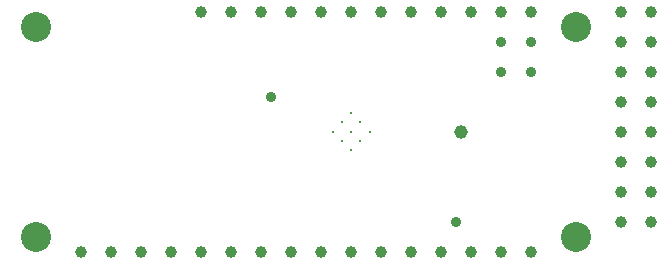
<source format=gbr>
%TF.GenerationSoftware,KiCad,Pcbnew,5.1.5+dfsg1-2~bpo10+1*%
%TF.CreationDate,2020-05-18T13:54:13+02:00*%
%TF.ProjectId,quickfeather-board,71756963-6b66-4656-9174-6865722d626f,rev?*%
%TF.SameCoordinates,Original*%
%TF.FileFunction,Plated,1,4,PTH,Drill*%
%TF.FilePolarity,Positive*%
%FSLAX46Y46*%
G04 Gerber Fmt 4.6, Leading zero omitted, Abs format (unit mm)*
G04 Created by KiCad (PCBNEW 5.1.5+dfsg1-2~bpo10+1) date 2020-05-18 13:54:13 commit 16b5e15*
%MOMM*%
%LPD*%
G04 APERTURE LIST*
%TA.AperFunction,ViaDrill*%
%ADD10C,0.150000*%
%TD*%
%TA.AperFunction,ComponentDrill*%
%ADD11C,0.275000*%
%TD*%
%TA.AperFunction,ComponentDrill*%
%ADD12C,0.900000*%
%TD*%
%TA.AperFunction,ComponentDrill*%
%ADD13C,1.000000*%
%TD*%
%TA.AperFunction,ComponentDrill*%
%ADD14C,1.160000*%
%TD*%
%TA.AperFunction,ComponentDrill*%
%ADD15C,2.540000*%
%TD*%
G04 APERTURE END LIST*
D10*
X124050000Y-99440000D03*
X124165000Y-109540000D03*
X126130000Y-99450000D03*
X126620000Y-109540000D03*
X126900000Y-111826700D03*
X127120000Y-101220000D03*
X127120000Y-108680000D03*
X127395300Y-109526700D03*
X128045300Y-109526700D03*
X128200000Y-100400000D03*
X128420000Y-101530000D03*
X128490000Y-105710000D03*
X128580549Y-104689368D03*
X128690000Y-107480000D03*
X129180000Y-106580000D03*
X129210000Y-99440000D03*
X130110000Y-101540000D03*
X131300000Y-103200000D03*
X131800000Y-100900000D03*
X131800000Y-101700000D03*
X131800000Y-102500000D03*
X132550000Y-104075000D03*
X132550000Y-104825000D03*
X132790000Y-103290000D03*
X133060000Y-113475000D03*
X133070300Y-105826700D03*
X133900000Y-110200000D03*
X133990000Y-106620000D03*
X134680002Y-107270000D03*
X135100000Y-112910000D03*
X135800000Y-101200000D03*
X135800000Y-101900000D03*
X135800000Y-102700000D03*
X135800000Y-112910000D03*
X136470000Y-108800000D03*
X136470000Y-109710000D03*
X136500000Y-112910000D03*
X136880000Y-102710000D03*
X137100000Y-109290000D03*
X137200000Y-112910000D03*
X137365000Y-106070000D03*
X137800000Y-102370000D03*
X138300000Y-106000000D03*
X138981000Y-103873000D03*
X139300000Y-104500000D03*
X139450000Y-96800000D03*
X140030000Y-99940000D03*
X140140000Y-101730000D03*
X140160000Y-105120000D03*
X140356951Y-104344008D03*
X140400000Y-113010000D03*
X140500000Y-99310000D03*
X140670000Y-97530000D03*
X140895300Y-110360000D03*
X141290000Y-107300000D03*
X141600000Y-102850000D03*
X141610000Y-98344990D03*
X141670000Y-101140000D03*
X141681000Y-105953000D03*
X141850000Y-113830000D03*
X142671000Y-107300522D03*
X142781000Y-102823000D03*
X142930000Y-101815000D03*
X143671000Y-107628000D03*
X143950000Y-99840000D03*
X144054990Y-98250000D03*
X144205000Y-103463000D03*
X144280000Y-97550000D03*
X144320000Y-102820000D03*
X144381000Y-101903000D03*
X144500000Y-101200000D03*
X144606000Y-105755000D03*
X144621000Y-107300522D03*
X144696611Y-98354044D03*
X144801000Y-104775000D03*
X145259124Y-100850876D03*
X145401000Y-105013000D03*
X145401000Y-107018000D03*
X145614424Y-105614031D03*
X145625078Y-98456261D03*
X145781000Y-107628000D03*
X146670000Y-100560000D03*
X146710000Y-101760000D03*
X146770000Y-106260000D03*
X146770001Y-106970479D03*
X146791000Y-99603000D03*
X146870000Y-103750000D03*
X146910000Y-96890000D03*
X147100000Y-102725000D03*
X147595300Y-110526700D03*
X147595300Y-111526700D03*
X147670000Y-108090000D03*
X147680000Y-112590000D03*
X148060000Y-104900000D03*
X148311000Y-107983000D03*
X148560000Y-104310000D03*
X148620300Y-113076700D03*
X148840000Y-108420000D03*
X148850000Y-98600000D03*
X148944135Y-106355865D03*
X149080000Y-103750000D03*
X149172194Y-100424565D03*
X149310000Y-101210000D03*
X149350000Y-96020000D03*
X149425000Y-109950000D03*
X149470000Y-109240000D03*
X149480000Y-103150000D03*
X149566557Y-99776421D03*
X149820000Y-100620000D03*
X150220300Y-109926700D03*
X150280000Y-100020000D03*
X150300000Y-96080000D03*
X150920000Y-99320000D03*
X150945300Y-112651700D03*
X151030000Y-95400000D03*
X151295300Y-111176700D03*
X151760000Y-98810000D03*
X151840002Y-96890000D03*
X152060000Y-109390000D03*
X152295300Y-113176700D03*
X152311000Y-101093000D03*
X152695000Y-112690000D03*
X152763223Y-109325011D03*
X153120310Y-111585635D03*
X153140000Y-101180000D03*
X153560000Y-99180000D03*
X153570000Y-110720000D03*
X154086992Y-106564063D03*
X154150000Y-99650000D03*
X154150000Y-111150000D03*
X154200000Y-98830000D03*
X154214619Y-110402712D03*
X154670000Y-106030000D03*
X154680000Y-112540000D03*
X155000000Y-109500000D03*
X155100000Y-100850000D03*
X155210000Y-105480000D03*
X155270000Y-106695000D03*
X155360000Y-98570000D03*
X155555010Y-106108473D03*
X155650000Y-104550000D03*
X155740000Y-109410000D03*
X155750000Y-103685000D03*
X155800000Y-101550000D03*
X155920000Y-105290000D03*
X156124479Y-107925521D03*
X156350000Y-104300000D03*
X156394472Y-109374472D03*
X156750000Y-105275011D03*
X157364779Y-107644990D03*
X157397034Y-98401177D03*
X157570000Y-96730000D03*
X157600000Y-100364990D03*
X157780000Y-109600000D03*
X157864734Y-102914734D03*
X158100000Y-102050000D03*
X158220000Y-106149958D03*
X158361979Y-100364990D03*
X158520000Y-109600000D03*
X158918311Y-105678077D03*
X159350000Y-110250000D03*
X159500000Y-104555010D03*
X159545000Y-100560000D03*
X159646770Y-109337044D03*
X160120000Y-110110000D03*
X160220039Y-107644990D03*
X160240000Y-102980000D03*
X160287067Y-106035511D03*
X160350000Y-100350000D03*
X160350000Y-104600000D03*
X160454984Y-103670000D03*
X160850000Y-100900000D03*
X160960000Y-102710000D03*
X161111000Y-111343000D03*
X161200000Y-108451690D03*
X161350000Y-100350000D03*
X162010000Y-97390000D03*
X162900000Y-108100000D03*
X162945000Y-105760001D03*
X162970300Y-112151700D03*
X162990000Y-104980000D03*
X163250000Y-101500000D03*
X163342721Y-96705637D03*
X163592667Y-103407333D03*
X163650010Y-97810000D03*
X164060000Y-98450000D03*
X164710000Y-98670000D03*
X165120000Y-101360000D03*
X165440000Y-113270000D03*
X166570300Y-111051700D03*
X167050000Y-104405000D03*
X167350000Y-102750000D03*
X167970000Y-103980000D03*
X168211000Y-103293000D03*
X168400000Y-113300000D03*
X168811000Y-102493000D03*
X169210019Y-101468283D03*
X169211000Y-104193000D03*
X169886000Y-100043000D03*
X170011324Y-102245000D03*
X170160479Y-103492479D03*
X170211000Y-98593000D03*
X170411000Y-99543000D03*
X170611000Y-100593000D03*
X172116216Y-109654990D03*
X172261000Y-105893000D03*
X172411000Y-105243000D03*
X172461000Y-102693000D03*
X172461000Y-104243000D03*
X172611000Y-103393000D03*
X172711000Y-97843000D03*
X173311528Y-102742472D03*
X173861000Y-103193000D03*
X173961000Y-102443000D03*
X176411000Y-105543000D03*
D11*
%TO.C,IC1*%
X150804365Y-104990000D03*
X151582183Y-104212183D03*
X151582183Y-105767817D03*
X152360000Y-103434365D03*
X152360000Y-104990000D03*
X152360000Y-106545635D03*
X153137817Y-104212183D03*
X153137817Y-105767817D03*
X153915635Y-104990000D03*
D12*
%TO.C,J7*%
X167551000Y-97383000D03*
X167551000Y-99923000D03*
%TO.C,TP5*%
X161196000Y-112624000D03*
%TO.C,J1*%
X165011000Y-97383000D03*
X165011000Y-99923000D03*
%TO.C,TP4*%
X145550000Y-102070000D03*
D13*
%TO.C,J2*%
X139611000Y-94843000D03*
X142151000Y-94843000D03*
X144691000Y-94843000D03*
X147231000Y-94843000D03*
X149771000Y-94843000D03*
X152311000Y-94843000D03*
X154851000Y-94843000D03*
X157391000Y-94843000D03*
X159931000Y-94843000D03*
X162471000Y-94843000D03*
X165011000Y-94843000D03*
X167551000Y-94843000D03*
%TO.C,J8*%
X175171000Y-99923000D03*
X175171000Y-105003000D03*
X175171000Y-110083000D03*
X175171000Y-112623000D03*
X175195000Y-94857000D03*
X175195000Y-97383000D03*
X175195000Y-102463000D03*
X175195000Y-107543000D03*
X177711000Y-94843000D03*
X177711000Y-97383000D03*
X177711000Y-99923000D03*
X177711000Y-102463000D03*
X177711000Y-105003000D03*
X177711000Y-107543000D03*
X177711000Y-110083000D03*
X177711000Y-112623000D03*
%TO.C,J3*%
X129441000Y-115163000D03*
X131981000Y-115163000D03*
X134521000Y-115163000D03*
X137061000Y-115163000D03*
X139611000Y-115163000D03*
X142151000Y-115163000D03*
X144691000Y-115163000D03*
X147231000Y-115163000D03*
X149771000Y-115163000D03*
X152311000Y-115163000D03*
X154851000Y-115163000D03*
X157391000Y-115163000D03*
X159931000Y-115163000D03*
X162471000Y-115163000D03*
X165011000Y-115163000D03*
X167551000Y-115163000D03*
D14*
%TO.C,MIC1*%
X161690000Y-104980000D03*
D15*
%TO.C,M3*%
X171375100Y-113869600D03*
%TO.C,M4*%
X171375100Y-96089600D03*
%TO.C,M2*%
X125655100Y-113869600D03*
%TO.C,M1*%
X125655100Y-96089600D03*
M02*

</source>
